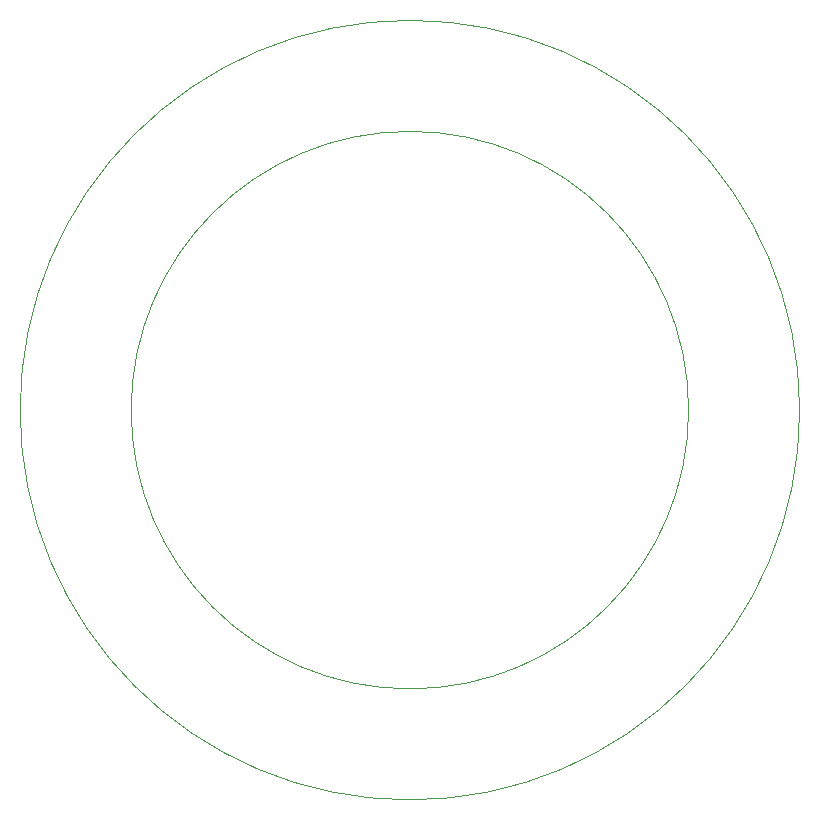
<source format=gbr>
G04 #@! TF.GenerationSoftware,KiCad,Pcbnew,(5.0.1)-4*
G04 #@! TF.CreationDate,2021-02-28T01:00:44+01:00*
G04 #@! TF.ProjectId,ringlight66,72696E676C6967687436362E6B696361,rev?*
G04 #@! TF.SameCoordinates,Original*
G04 #@! TF.FileFunction,Profile,NP*
%FSLAX46Y46*%
G04 Gerber Fmt 4.6, Leading zero omitted, Abs format (unit mm)*
G04 Created by KiCad (PCBNEW (5.0.1)-4) date 28.02.2021 01:00:44*
%MOMM*%
%LPD*%
G01*
G04 APERTURE LIST*
%ADD10C,0.100000*%
G04 APERTURE END LIST*
D10*
X133000000Y-100000000D02*
G75*
G03X133000000Y-100000000I-33000000J0D01*
G01*
X123600000Y-100000000D02*
G75*
G03X123600000Y-100000000I-23600000J0D01*
G01*
M02*

</source>
